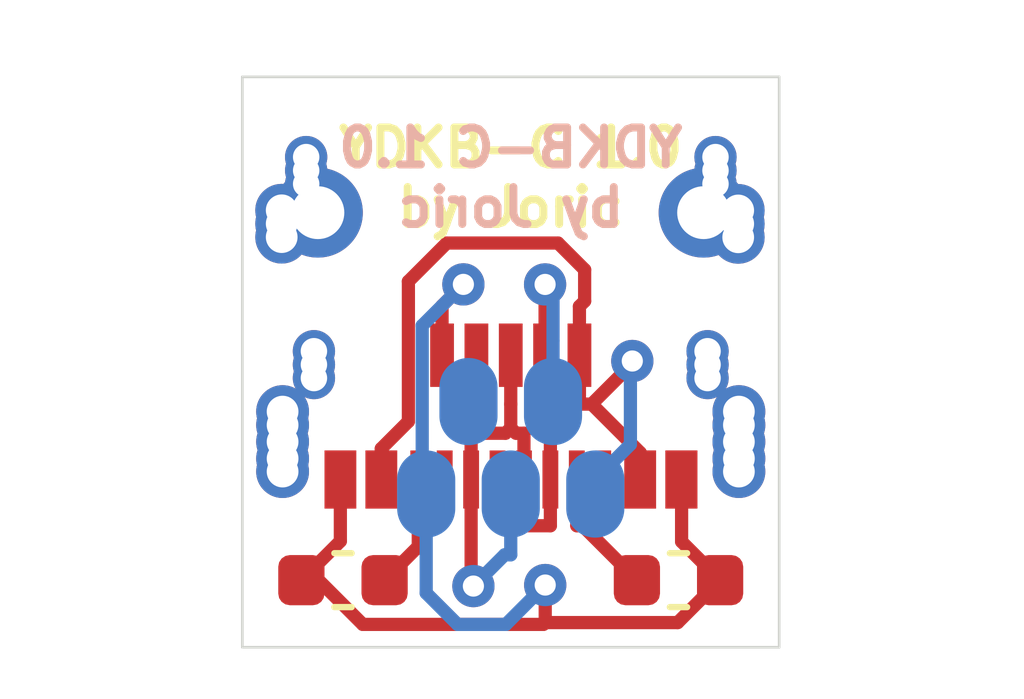
<source format=kicad_pcb>
(kicad_pcb (version 20171130) (host pcbnew "(5.1.0)-1")

  (general
    (thickness 1.6)
    (drawings 10)
    (tracks 77)
    (zones 0)
    (modules 5)
    (nets 14)
  )

  (page A4)
  (layers
    (0 F.Cu signal)
    (31 B.Cu signal)
    (32 B.Adhes user)
    (33 F.Adhes user)
    (34 B.Paste user)
    (35 F.Paste user)
    (36 B.SilkS user)
    (37 F.SilkS user)
    (38 B.Mask user)
    (39 F.Mask user)
    (40 Dwgs.User user)
    (41 Cmts.User user)
    (42 Eco1.User user)
    (43 Eco2.User user)
    (44 Edge.Cuts user)
    (45 Margin user)
    (46 B.CrtYd user)
    (47 F.CrtYd user)
    (48 B.Fab user)
    (49 F.Fab user)
  )

  (setup
    (last_trace_width 0.25)
    (trace_clearance 0.2)
    (zone_clearance 0.508)
    (zone_45_only no)
    (trace_min 0.2)
    (via_size 0.8)
    (via_drill 0.4)
    (via_min_size 0.4)
    (via_min_drill 0.3)
    (uvia_size 0.3)
    (uvia_drill 0.1)
    (uvias_allowed no)
    (uvia_min_size 0.2)
    (uvia_min_drill 0.1)
    (edge_width 0.05)
    (segment_width 0.2)
    (pcb_text_width 0.3)
    (pcb_text_size 1.5 1.5)
    (mod_edge_width 0.12)
    (mod_text_size 1 1)
    (mod_text_width 0.15)
    (pad_size 1.65 1.1)
    (pad_drill 0)
    (pad_to_mask_clearance 0.051)
    (solder_mask_min_width 0.25)
    (aux_axis_origin 0 0)
    (visible_elements 7FFFFFFF)
    (pcbplotparams
      (layerselection 0x020fc_ffffffff)
      (usegerberextensions true)
      (usegerberattributes false)
      (usegerberadvancedattributes false)
      (creategerberjobfile false)
      (excludeedgelayer true)
      (linewidth 0.100000)
      (plotframeref false)
      (viasonmask false)
      (mode 1)
      (useauxorigin false)
      (hpglpennumber 1)
      (hpglpenspeed 20)
      (hpglpendiameter 15.000000)
      (psnegative false)
      (psa4output false)
      (plotreference true)
      (plotvalue true)
      (plotinvisibletext false)
      (padsonsilk false)
      (subtractmaskfromsilk false)
      (outputformat 1)
      (mirror false)
      (drillshape 0)
      (scaleselection 1)
      (outputdirectory "gerbers"))
  )

  (net 0 "")
  (net 1 GND)
  (net 2 "Net-(J3-PadA5)")
  (net 3 "Net-(J3-PadB5)")
  (net 4 VBUS)
  (net 5 DATA-)
  (net 6 DATA+)
  (net 7 "Net-(J1-Pad4)")
  (net 8 "Net-(J3-PadA8)")
  (net 9 "Net-(J3-PadB8)")
  (net 10 "Net-(J2-Pad4)")
  (net 11 "Net-(J1-Pad6)")
  (net 12 "Net-(J3-PadS1)")
  (net 13 "Net-(J2-Pad6)")

  (net_class Default "This is the default net class."
    (clearance 0.2)
    (trace_width 0.25)
    (via_dia 0.8)
    (via_drill 0.4)
    (uvia_dia 0.3)
    (uvia_drill 0.1)
    (add_net DATA+)
    (add_net DATA-)
    (add_net GND)
    (add_net "Net-(J1-Pad4)")
    (add_net "Net-(J1-Pad6)")
    (add_net "Net-(J2-Pad4)")
    (add_net "Net-(J2-Pad6)")
    (add_net "Net-(J3-PadA5)")
    (add_net "Net-(J3-PadA8)")
    (add_net "Net-(J3-PadB5)")
    (add_net "Net-(J3-PadB8)")
    (add_net "Net-(J3-PadS1)")
    (add_net VBUS)
  )

  (module ydkb:SMD_USB_Mini_B_Female_548190519 (layer F.Cu) (tedit 5DF257AB) (tstamp 5DF30B35)
    (at 25.4 28.575 270)
    (path /5DF25986)
    (fp_text reference J2 (at -5.334 0) (layer F.SilkS) hide
      (effects (font (size 1 1) (thickness 0.15)))
    )
    (fp_text value USB_OTG (at -4.2 6.35 270) (layer F.Fab)
      (effects (font (size 1 1) (thickness 0.15)))
    )
    (fp_text user %R (at -5.334 0 180) (layer F.Fab)
      (effects (font (size 1 1) (thickness 0.15)))
    )
    (fp_line (start 1.35 -4.75) (end 1.35 4.75) (layer F.CrtYd) (width 0.05))
    (fp_line (start -9.05 -4.75) (end -9.05 4.75) (layer F.CrtYd) (width 0.05))
    (fp_line (start -9.05 4.75) (end 1.35 4.75) (layer F.CrtYd) (width 0.05))
    (fp_line (start -9.05 -4.75) (end 1.35 -4.75) (layer F.CrtYd) (width 0.05))
    (fp_line (start 0.325 3.325) (end 0.325 3.975) (layer Dwgs.User) (width 0.1))
    (fp_line (start -0.55 3.975) (end 0.3 3.975) (layer Dwgs.User) (width 0.1))
    (fp_line (start -8.075 3.975) (end -8.925 3.975) (layer Dwgs.User) (width 0.1))
    (fp_line (start -8.925 3.975) (end -8.925 3.35) (layer Dwgs.User) (width 0.1))
    (fp_line (start -8 -3.975) (end -8.925 -3.975) (layer Dwgs.User) (width 0.1))
    (fp_line (start -8.925 -3.975) (end -8.925 -3.35) (layer Dwgs.User) (width 0.1))
    (fp_line (start -0.25 -3.975) (end 0.325 -3.975) (layer Dwgs.User) (width 0.1))
    (fp_line (start 0.325 -3.975) (end 0.325 -3.5) (layer Dwgs.User) (width 0.1))
    (fp_line (start -8.8 3.85) (end 0.2 3.85) (layer F.Fab) (width 0.1))
    (fp_line (start -8.8 -3.85) (end 0.2 -3.85) (layer F.Fab) (width 0.1))
    (fp_line (start 0.2 -3.85) (end 0.2 3.85) (layer F.Fab) (width 0.1))
    (fp_line (start -8.8 -3.85) (end -8.8 3.85) (layer F.Fab) (width 0.1))
    (fp_line (start -7.747 -1.27) (end -7.747 1.143) (layer Dwgs.User) (width 0.15))
    (fp_text user pcb_edge (at -6.985 0 180) (layer Dwgs.User)
      (effects (font (size 0.5 0.5) (thickness 0.1)))
    )
    (pad 3 smd oval (at 0 0 270) (size 1.65 1.1) (drill (offset 0.275 0)) (layers B.Cu B.Paste B.Mask)
      (net 6 DATA+))
    (pad 5 smd oval (at 0 1.6 270) (size 1.65 1.1) (drill (offset 0.275 0)) (layers B.Cu B.Paste B.Mask)
      (net 1 GND))
    (pad 1 smd oval (at 0 -1.6 270) (size 1.65 1.1) (drill (offset 0.275 0)) (layers B.Cu B.Paste B.Mask)
      (net 4 VBUS))
    (pad 4 smd oval (at -1.2 0.8 270) (size 1.65 1.1) (drill (offset -0.275 0)) (layers B.Cu B.Paste B.Mask)
      (net 10 "Net-(J2-Pad4)"))
    (pad 2 smd oval (at -1.2 -0.8 270) (size 1.65 1.1) (drill (offset -0.275 0)) (layers B.Cu B.Paste B.Mask)
      (net 5 DATA-))
    (pad 6 thru_hole circle (at -5.05 -3.65 270) (size 1.7 1.7) (drill 1) (layers *.Cu *.Mask)
      (net 13 "Net-(J2-Pad6)"))
    (pad "" thru_hole circle (at -5.05 3.65 180) (size 1.7 1.7) (drill 1) (layers *.Cu *.Mask))
  )

  (module ydkb:usb_type_c (layer F.Cu) (tedit 5DF2545D) (tstamp 5DF246BD)
    (at 25.4 21.067)
    (path /5DF27F76)
    (fp_text reference J3 (at 0 6.35 180) (layer F.SilkS) hide
      (effects (font (size 0.7 0.7) (thickness 0.125)))
    )
    (fp_text value "USB-C USB 2.0 MC-372" (at 0.03 4.40002 180) (layer F.Fab)
      (effects (font (size 1 1) (thickness 0.15)))
    )
    (fp_line (start 4.318 8.188) (end -4.318 8.188) (layer F.Fab) (width 0.15))
    (fp_line (start 4.318 0) (end -4.318 0) (layer F.Fab) (width 0.15))
    (fp_line (start 4.318 0) (end 4.318 8.188) (layer F.Fab) (width 0.15))
    (fp_line (start -4.318 0) (end -4.318 8.188) (layer F.Fab) (width 0.15))
    (fp_text user "PCB edge" (at 0 1.778 180) (layer F.Fab)
      (effects (font (size 0.5 0.5) (thickness 0.125)))
    )
    (fp_text user USB-C (at -0.127467 6.349775) (layer F.SilkS) hide
      (effects (font (size 0.5 0.5) (thickness 0.1)))
    )
    (fp_line (start 4.318 1.27) (end -4.318 1.27) (layer Dwgs.User) (width 0.15))
    (pad "" thru_hole circle (at 4.318 6.477 180) (size 1 1) (drill 0.6) (layers *.Cu *.Mask))
    (pad "" thru_hole circle (at -4.318 7.112 180) (size 1 1) (drill 0.6) (layers *.Cu *.Mask))
    (pad "" thru_hole circle (at 4.318 7.112 180) (size 1 1) (drill 0.6) (layers *.Cu *.Mask))
    (pad "" thru_hole circle (at 4.318 6.7945 180) (size 1 1) (drill 0.6) (layers *.Cu *.Mask))
    (pad "" thru_hole circle (at 4.318 7.358 180) (size 1 1) (drill 0.6) (layers *.Cu *.Mask))
    (pad S1 thru_hole circle (at 4.318 6.223 180) (size 1 1) (drill 0.6) (layers *.Cu *.Mask)
      (net 12 "Net-(J3-PadS1)"))
    (pad A1 smd rect (at -3.225 7.508162) (size 0.6 1.1) (layers F.Cu F.Paste F.Mask)
      (net 1 GND))
    (pad A12 smd rect (at 3.225 7.508162) (size 0.6 1.1) (layers F.Cu F.Paste F.Mask)
      (net 1 GND))
    (pad B12 smd rect (at -3.225 7.508162) (size 0.6 1.1) (layers F.Cu F.Paste F.Mask)
      (net 1 GND))
    (pad A9 smd rect (at 2.45 7.508162) (size 0.6 1.1) (layers F.Cu F.Paste F.Mask)
      (net 4 VBUS))
    (pad B9 smd rect (at -2.45 7.508162) (size 0.6 1.1) (layers F.Cu F.Paste F.Mask)
      (net 4 VBUS))
    (pad B4 smd rect (at 2.45 7.508162) (size 0.6 1.1) (layers F.Cu F.Paste F.Mask)
      (net 4 VBUS))
    (pad A4 smd rect (at -2.45 7.508162) (size 0.6 1.1) (layers F.Cu F.Paste F.Mask)
      (net 4 VBUS))
    (pad "" np_thru_hole circle (at -2.921 6.407 180) (size 0.65 0.65) (drill 0.65) (layers *.Cu *.Mask))
    (pad "" np_thru_hole circle (at 2.921 6.407 180) (size 0.65 0.65) (drill 0.65) (layers *.Cu *.Mask))
    (pad B6 smd rect (at 0.25 7.508) (size 0.3 1.1) (layers F.Cu F.Paste F.Mask)
      (net 6 DATA+))
    (pad B7 smd rect (at -0.25 7.508) (size 0.3 1.1) (layers F.Cu F.Paste F.Mask)
      (net 5 DATA-))
    (pad A7 smd rect (at 0.75 7.508) (size 0.3 1.1) (layers F.Cu F.Paste F.Mask)
      (net 5 DATA-))
    (pad A6 smd rect (at -0.75 7.508) (size 0.3 1.1) (layers F.Cu F.Paste F.Mask)
      (net 6 DATA+))
    (pad B5 smd rect (at 1.25 7.508) (size 0.3 1.1) (layers F.Cu F.Paste F.Mask)
      (net 3 "Net-(J3-PadB5)"))
    (pad A8 smd rect (at 1.75 7.508) (size 0.3 1.1) (layers F.Cu F.Paste F.Mask)
      (net 8 "Net-(J3-PadA8)"))
    (pad A5 smd rect (at -1.75 7.508) (size 0.3 1.1) (layers F.Cu F.Paste F.Mask)
      (net 2 "Net-(J3-PadA5)"))
    (pad B8 smd rect (at -1.25 7.508) (size 0.3 1.1) (layers F.Cu F.Paste F.Mask)
      (net 9 "Net-(J3-PadB8)"))
    (pad B1 smd rect (at 3.233721 7.50792) (size 0.6 1.1) (layers F.Cu F.Paste F.Mask)
      (net 1 GND))
    (pad "" thru_hole circle (at -4.335 2.667 180) (size 1 1) (drill 0.6) (layers *.Cu *.Mask))
    (pad "" thru_hole circle (at -4.335 2.413 180) (size 1 1) (drill 0.6) (layers *.Cu *.Mask))
    (pad "" thru_hole circle (at -4.335 2.921 180) (size 1 1) (drill 0.6) (layers *.Cu *.Mask))
    (pad "" thru_hole circle (at 4.305 2.67 180) (size 1 1) (drill 0.6) (layers *.Cu *.Mask))
    (pad "" thru_hole circle (at 4.305 2.416 180) (size 1 1) (drill 0.6) (layers *.Cu *.Mask))
    (pad "" thru_hole circle (at 4.305 2.924 180) (size 1 1) (drill 0.6) (layers *.Cu *.Mask))
    (pad "" thru_hole circle (at -4.318 7.358 180) (size 1 1) (drill 0.6) (layers *.Cu *.Mask))
    (pad "" thru_hole circle (at -4.318 6.223 180) (size 1 1) (drill 0.6) (layers *.Cu *.Mask))
    (pad "" thru_hole circle (at -4.318 6.477 180) (size 1 1) (drill 0.6) (layers *.Cu *.Mask))
    (pad "" thru_hole circle (at -4.318 6.7945 180) (size 1 1) (drill 0.6) (layers *.Cu *.Mask))
  )

  (module ydkb:usb_micro (layer F.Cu) (tedit 5CDF2E39) (tstamp 5DF2469E)
    (at 25.4 21.067 180)
    (descr "USB Micro-B receptacle, http://www.mouser.com/ds/2/445/629105150521-469306.pdf")
    (tags "usb micro receptacle")
    (path /5DF27F7C)
    (attr smd)
    (fp_text reference J1 (at 0 -4.190775 180) (layer F.SilkS) hide
      (effects (font (size 0.7 0.7) (thickness 0.15)))
    )
    (fp_text value "USB_OTG 5 Pin 4 Legs" (at 0 -4.318 180) (layer F.Fab)
      (effects (font (size 0.4 0.4) (thickness 0.1)))
    )
    (fp_text user MicroUSB (at 0.000467 -2.920775 180) (layer F.SilkS) hide
      (effects (font (size 0.5 0.5) (thickness 0.1)))
    )
    (fp_text user "PCB Edge" (at 0 0.14 180) (layer Dwgs.User)
      (effects (font (size 0.5 0.5) (thickness 0.08)))
    )
    (fp_line (start 4.95 -6.95) (end -4.94 -6.95) (layer F.CrtYd) (width 0.05))
    (fp_line (start 4.95 1.24) (end 4.95 -6.95) (layer F.CrtYd) (width 0.05))
    (fp_line (start -4.94 1.24) (end 4.95 1.24) (layer F.CrtYd) (width 0.05))
    (fp_line (start -4.94 -6.95) (end -4.94 1.24) (layer F.CrtYd) (width 0.05))
    (fp_line (start -2.7 0.14) (end 2.7 0.14) (layer F.Fab) (width 0.15))
    (fp_line (start 4 -5.86) (end -4 -5.86) (layer F.Fab) (width 0.15))
    (fp_line (start 4 -0.46) (end 4 -5.86) (layer F.Fab) (width 0.15))
    (fp_line (start 3.7 -0.46) (end 4 -0.46) (layer F.Fab) (width 0.15))
    (fp_line (start 3.7 0.74) (end 3.7 -0.46) (layer F.Fab) (width 0.15))
    (fp_line (start -3.7 0.74) (end 3.7 0.74) (layer F.Fab) (width 0.15))
    (fp_line (start -3.7 -0.46) (end -3.7 0.74) (layer F.Fab) (width 0.15))
    (fp_line (start -4 -0.46) (end -3.7 -0.46) (layer F.Fab) (width 0.15))
    (fp_line (start -4 -5.86) (end -4 -0.46) (layer F.Fab) (width 0.15))
    (pad "" thru_hole circle (at 3.725 -5.334 180) (size 0.8 0.8) (drill 0.5) (layers *.Cu *.Mask))
    (pad "" thru_hole circle (at 3.725 -5.08 180) (size 0.8 0.8) (drill 0.5) (layers *.Cu *.Mask))
    (pad "" thru_hole circle (at 3.725 -5.588 180) (size 0.8 0.8) (drill 0.5) (layers *.Cu *.Mask))
    (pad "" thru_hole circle (at -3.725 -5.588 180) (size 0.8 0.8) (drill 0.5) (layers *.Cu *.Mask))
    (pad "" thru_hole circle (at -3.725 -5.08 180) (size 0.8 0.8) (drill 0.5) (layers *.Cu *.Mask))
    (pad "" thru_hole circle (at -3.725 -5.334 180) (size 0.8 0.8) (drill 0.5) (layers *.Cu *.Mask))
    (pad "" thru_hole circle (at 3.872 -1.914 180) (size 0.8 0.8) (drill 0.5) (layers *.Cu *.Mask))
    (pad "" thru_hole circle (at 3.872 -1.66 180) (size 0.8 0.8) (drill 0.5) (layers *.Cu *.Mask))
    (pad "" thru_hole circle (at 3.872 -1.406 180) (size 0.8 0.8) (drill 0.5) (layers *.Cu *.Mask))
    (pad 6 thru_hole circle (at -3.875 -1.914 180) (size 0.8 0.8) (drill 0.5) (layers *.Cu *.Mask)
      (net 11 "Net-(J1-Pad6)"))
    (pad "" thru_hole circle (at -3.875 -1.406 180) (size 0.8 0.8) (drill 0.5) (layers *.Cu *.Mask))
    (pad "" thru_hole circle (at -3.875 -1.66 180) (size 0.8 0.8) (drill 0.5) (layers *.Cu *.Mask))
    (pad 5 smd rect (at 1.3 -5.156 180) (size 0.45 1.2) (layers F.Cu F.Paste F.Mask)
      (net 1 GND))
    (pad 1 smd rect (at -1.3 -5.156 180) (size 0.45 1.2) (layers F.Cu F.Paste F.Mask)
      (net 4 VBUS))
    (pad 2 smd rect (at -0.65 -5.156 180) (size 0.45 1.2) (layers F.Cu F.Paste F.Mask)
      (net 5 DATA-))
    (pad 3 smd rect (at 0 -5.156 180) (size 0.45 1.2) (layers F.Cu F.Paste F.Mask)
      (net 6 DATA+))
    (pad 4 smd rect (at 0.65 -5.156 180) (size 0.45 1.2) (layers F.Cu F.Paste F.Mask)
      (net 7 "Net-(J1-Pad4)"))
    (model ${KISYS3DMOD}/Connector_USB.3dshapes/USB_Micro-B_Molex_47346-0001.wrl
      (offset (xyz 0 4 0))
      (scale (xyz 1 1 1))
      (rotate (xyz 0 0 0))
    )
  )

  (module Resistor_SMD:R_0603_1608Metric (layer F.Cu) (tedit 5B301BBD) (tstamp 5DF22917)
    (at 28.575 30.48)
    (descr "Resistor SMD 0603 (1608 Metric), square (rectangular) end terminal, IPC_7351 nominal, (Body size source: http://www.tortai-tech.com/upload/download/2011102023233369053.pdf), generated with kicad-footprint-generator")
    (tags resistor)
    (path /5DF27F65)
    (attr smd)
    (fp_text reference R2 (at 2.3115 0) (layer F.SilkS) hide
      (effects (font (size 1 1) (thickness 0.15)))
    )
    (fp_text value 5.1K (at 0 1.43) (layer F.Fab)
      (effects (font (size 1 1) (thickness 0.15)))
    )
    (fp_text user %R (at 0 0) (layer F.Fab)
      (effects (font (size 0.4 0.4) (thickness 0.06)))
    )
    (fp_line (start 1.48 0.73) (end -1.48 0.73) (layer F.CrtYd) (width 0.05))
    (fp_line (start 1.48 -0.73) (end 1.48 0.73) (layer F.CrtYd) (width 0.05))
    (fp_line (start -1.48 -0.73) (end 1.48 -0.73) (layer F.CrtYd) (width 0.05))
    (fp_line (start -1.48 0.73) (end -1.48 -0.73) (layer F.CrtYd) (width 0.05))
    (fp_line (start -0.162779 0.51) (end 0.162779 0.51) (layer F.SilkS) (width 0.12))
    (fp_line (start -0.162779 -0.51) (end 0.162779 -0.51) (layer F.SilkS) (width 0.12))
    (fp_line (start 0.8 0.4) (end -0.8 0.4) (layer F.Fab) (width 0.1))
    (fp_line (start 0.8 -0.4) (end 0.8 0.4) (layer F.Fab) (width 0.1))
    (fp_line (start -0.8 -0.4) (end 0.8 -0.4) (layer F.Fab) (width 0.1))
    (fp_line (start -0.8 0.4) (end -0.8 -0.4) (layer F.Fab) (width 0.1))
    (pad 2 smd roundrect (at 0.7875 0) (size 0.875 0.95) (layers F.Cu F.Paste F.Mask) (roundrect_rratio 0.25)
      (net 1 GND))
    (pad 1 smd roundrect (at -0.7875 0) (size 0.875 0.95) (layers F.Cu F.Paste F.Mask) (roundrect_rratio 0.25)
      (net 3 "Net-(J3-PadB5)"))
    (model ${KISYS3DMOD}/Resistor_SMD.3dshapes/R_0603_1608Metric.wrl
      (at (xyz 0 0 0))
      (scale (xyz 1 1 1))
      (rotate (xyz 0 0 0))
    )
  )

  (module Resistor_SMD:R_0603_1608Metric (layer F.Cu) (tedit 5B301BBD) (tstamp 5DF22906)
    (at 22.225 30.48 180)
    (descr "Resistor SMD 0603 (1608 Metric), square (rectangular) end terminal, IPC_7351 nominal, (Body size source: http://www.tortai-tech.com/upload/download/2011102023233369053.pdf), generated with kicad-footprint-generator")
    (tags resistor)
    (path /5DF27F5F)
    (attr smd)
    (fp_text reference R1 (at 2.3115 0 180) (layer F.SilkS) hide
      (effects (font (size 1 1) (thickness 0.15)))
    )
    (fp_text value 5.1K (at 0 -1.397 180) (layer F.Fab)
      (effects (font (size 1 1) (thickness 0.15)))
    )
    (fp_text user %R (at 0 0 180) (layer F.Fab)
      (effects (font (size 0.4 0.4) (thickness 0.06)))
    )
    (fp_line (start 1.48 0.73) (end -1.48 0.73) (layer F.CrtYd) (width 0.05))
    (fp_line (start 1.48 -0.73) (end 1.48 0.73) (layer F.CrtYd) (width 0.05))
    (fp_line (start -1.48 -0.73) (end 1.48 -0.73) (layer F.CrtYd) (width 0.05))
    (fp_line (start -1.48 0.73) (end -1.48 -0.73) (layer F.CrtYd) (width 0.05))
    (fp_line (start -0.162779 0.51) (end 0.162779 0.51) (layer F.SilkS) (width 0.12))
    (fp_line (start -0.162779 -0.51) (end 0.162779 -0.51) (layer F.SilkS) (width 0.12))
    (fp_line (start 0.8 0.4) (end -0.8 0.4) (layer F.Fab) (width 0.1))
    (fp_line (start 0.8 -0.4) (end 0.8 0.4) (layer F.Fab) (width 0.1))
    (fp_line (start -0.8 -0.4) (end 0.8 -0.4) (layer F.Fab) (width 0.1))
    (fp_line (start -0.8 0.4) (end -0.8 -0.4) (layer F.Fab) (width 0.1))
    (pad 2 smd roundrect (at 0.7875 0 180) (size 0.875 0.95) (layers F.Cu F.Paste F.Mask) (roundrect_rratio 0.25)
      (net 1 GND))
    (pad 1 smd roundrect (at -0.7875 0 180) (size 0.875 0.95) (layers F.Cu F.Paste F.Mask) (roundrect_rratio 0.25)
      (net 2 "Net-(J3-PadA5)"))
    (model ${KISYS3DMOD}/Resistor_SMD.3dshapes/R_0603_1608Metric.wrl
      (at (xyz 0 0 0))
      (scale (xyz 1 1 1))
      (rotate (xyz 0 0 0))
    )
  )

  (gr_line (start 20.32 31.75) (end 20.32 20.955) (layer Margin) (width 0.15) (tstamp 5DF2A750))
  (gr_line (start 30.48 31.75) (end 20.32 31.75) (layer Margin) (width 0.15))
  (gr_line (start 30.48 20.955) (end 30.48 31.75) (layer Margin) (width 0.15))
  (gr_line (start 20.32 20.955) (end 30.48 20.955) (layer Margin) (width 0.15))
  (gr_text "YDKB-C 1.0\nby Joric" (at 25.4 22.86) (layer F.SilkS) (tstamp 5DF2A4EB)
    (effects (font (size 0.7 0.7) (thickness 0.15)))
  )
  (gr_text "YDKB-C 1.0\nby Joric" (at 25.4 22.86) (layer B.SilkS)
    (effects (font (size 0.7 0.7) (thickness 0.15)) (justify mirror))
  )
  (gr_line (start 20.32 31.75) (end 20.32 20.955) (layer Edge.Cuts) (width 0.05) (tstamp 5DF30D48))
  (gr_line (start 30.48 31.75) (end 20.32 31.75) (layer Edge.Cuts) (width 0.05))
  (gr_line (start 30.48 20.955) (end 30.48 31.75) (layer Edge.Cuts) (width 0.05))
  (gr_line (start 20.32 20.955) (end 30.48 20.955) (layer Edge.Cuts) (width 0.05))

  (segment (start 24.1 25.2977) (end 24.1 25.286) (width 0.25) (layer F.Cu) (net 1))
  (segment (start 24.1 25.286) (end 24.5036 24.8824) (width 0.25) (layer F.Cu) (net 1))
  (segment (start 23.8 28.575) (end 23.7246 28.4996) (width 0.25) (layer B.Cu) (net 1))
  (segment (start 23.7246 28.4996) (end 23.7246 25.6614) (width 0.25) (layer B.Cu) (net 1))
  (segment (start 23.7246 25.6614) (end 24.5036 24.8824) (width 0.25) (layer B.Cu) (net 1))
  (segment (start 24.1 26.223) (end 24.1 25.2977) (width 0.25) (layer F.Cu) (net 1))
  (segment (start 23.8 29.2876) (end 23.8 30.7245) (width 0.25) (layer B.Cu) (net 1))
  (segment (start 23.8 30.7245) (end 24.3928 31.3173) (width 0.25) (layer B.Cu) (net 1))
  (segment (start 24.3928 31.3173) (end 25.3077 31.3173) (width 0.25) (layer B.Cu) (net 1))
  (segment (start 25.3077 31.3173) (end 26.0525 30.5725) (width 0.25) (layer B.Cu) (net 1))
  (segment (start 21.5998 30.3177) (end 22.5994 31.3173) (width 0.25) (layer F.Cu) (net 1))
  (segment (start 22.5994 31.3173) (end 26.0181 31.3173) (width 0.25) (layer F.Cu) (net 1))
  (segment (start 26.0181 31.3173) (end 26.0525 31.2829) (width 0.25) (layer F.Cu) (net 1))
  (segment (start 26.0525 31.2829) (end 28.5596 31.2829) (width 0.25) (layer F.Cu) (net 1))
  (segment (start 28.5596 31.2829) (end 29.3625 30.48) (width 0.25) (layer F.Cu) (net 1))
  (segment (start 26.0525 31.2829) (end 26.0525 30.5725) (width 0.25) (layer F.Cu) (net 1))
  (segment (start 23.8 28.575) (end 23.8 28.9313) (width 0.25) (layer B.Cu) (net 1))
  (segment (start 23.8 28.9313) (end 23.8 29.2876) (width 0.25) (layer B.Cu) (net 1))
  (segment (start 21.5998 30.3177) (end 22.175 29.7425) (width 0.25) (layer F.Cu) (net 1))
  (segment (start 22.175 29.7425) (end 22.175 28.5752) (width 0.25) (layer F.Cu) (net 1))
  (segment (start 21.4375 30.48) (end 21.5998 30.3177) (width 0.25) (layer F.Cu) (net 1))
  (segment (start 28.6337 28.5752) (end 28.6337 28.5749) (width 0.25) (layer F.Cu) (net 1))
  (segment (start 29.3625 30.48) (end 28.6337 29.7512) (width 0.25) (layer F.Cu) (net 1))
  (segment (start 28.6337 29.7512) (end 28.6337 28.5752) (width 0.25) (layer F.Cu) (net 1))
  (segment (start 28.6337 28.5752) (end 28.625 28.5752) (width 0.25) (layer F.Cu) (net 1))
  (via (at 24.5036 24.8824) (size 0.8) (layers F.Cu B.Cu) (net 1))
  (via (at 26.0525 30.5725) (size 0.8) (layers F.Cu B.Cu) (net 1))
  (segment (start 23.0125 30.48) (end 23.65 29.8425) (width 0.25) (layer F.Cu) (net 2))
  (segment (start 23.65 29.8425) (end 23.65 28.575) (width 0.25) (layer F.Cu) (net 2))
  (segment (start 26.65 28.575) (end 26.65 29.4503) (width 0.25) (layer F.Cu) (net 3))
  (segment (start 27.7875 30.48) (end 26.7578 29.4503) (width 0.25) (layer F.Cu) (net 3))
  (segment (start 26.7578 29.4503) (end 26.65 29.4503) (width 0.25) (layer F.Cu) (net 3))
  (segment (start 26.7 25.2977) (end 26.7985 25.1992) (width 0.25) (layer F.Cu) (net 4))
  (segment (start 26.7985 25.1992) (end 26.7985 24.6039) (width 0.25) (layer F.Cu) (net 4))
  (segment (start 26.7985 24.6039) (end 26.2942 24.0996) (width 0.25) (layer F.Cu) (net 4))
  (segment (start 26.2942 24.0996) (end 24.1889 24.0996) (width 0.25) (layer F.Cu) (net 4))
  (segment (start 24.1889 24.0996) (end 23.4629 24.8256) (width 0.25) (layer F.Cu) (net 4))
  (segment (start 23.4629 24.8256) (end 23.4629 27.4766) (width 0.25) (layer F.Cu) (net 4))
  (segment (start 23.4629 27.4766) (end 22.95 27.9895) (width 0.25) (layer F.Cu) (net 4))
  (segment (start 22.95 27.9895) (end 22.95 28.5752) (width 0.25) (layer F.Cu) (net 4))
  (segment (start 26.9316 27.1483) (end 27.7007 26.3792) (width 0.25) (layer F.Cu) (net 4))
  (segment (start 27.7007 26.3792) (end 27.7007 26.3325) (width 0.25) (layer F.Cu) (net 4))
  (segment (start 27 28.575) (end 27.6648 27.9102) (width 0.25) (layer B.Cu) (net 4))
  (segment (start 27.6648 27.9102) (end 27.6648 26.3684) (width 0.25) (layer B.Cu) (net 4))
  (segment (start 27.6648 26.3684) (end 27.7007 26.3325) (width 0.25) (layer B.Cu) (net 4))
  (segment (start 26.9316 27.1483) (end 27.85 28.0667) (width 0.25) (layer F.Cu) (net 4))
  (segment (start 27.85 28.0667) (end 27.85 28.5752) (width 0.25) (layer F.Cu) (net 4))
  (segment (start 26.7 27.1483) (end 26.9316 27.1483) (width 0.25) (layer F.Cu) (net 4))
  (segment (start 26.7 26.223) (end 26.7 25.2977) (width 0.25) (layer F.Cu) (net 4))
  (segment (start 26.7 26.4294) (end 26.7 26.223) (width 0.25) (layer F.Cu) (net 4))
  (segment (start 26.7 26.4294) (end 26.7 27.1483) (width 0.25) (layer F.Cu) (net 4))
  (via (at 27.7007 26.3325) (size 0.8) (layers F.Cu B.Cu) (net 4))
  (segment (start 26.05 26.223) (end 26.05 27.1483) (width 0.25) (layer F.Cu) (net 5))
  (segment (start 26.05 27.1483) (end 26.15 27.2483) (width 0.25) (layer F.Cu) (net 5))
  (segment (start 26.15 27.2483) (end 26.15 28.575) (width 0.25) (layer F.Cu) (net 5))
  (segment (start 26.05 24.8832) (end 26.05 26.223) (width 0.25) (layer F.Cu) (net 5))
  (segment (start 26.2 25.9497) (end 26.2 25.0332) (width 0.25) (layer B.Cu) (net 5))
  (segment (start 26.2 25.0332) (end 26.05 24.8832) (width 0.25) (layer B.Cu) (net 5))
  (segment (start 26.2 27.375) (end 26.2 25.9497) (width 0.25) (layer B.Cu) (net 5))
  (segment (start 25.15 28.575) (end 25.15 29.4503) (width 0.25) (layer F.Cu) (net 5))
  (segment (start 26.15 28.575) (end 26.15 29.4503) (width 0.25) (layer F.Cu) (net 5))
  (segment (start 26.15 29.4503) (end 25.15 29.4503) (width 0.25) (layer F.Cu) (net 5))
  (via (at 26.05 24.8832) (size 0.8) (layers F.Cu B.Cu) (net 5))
  (segment (start 24.65 28.575) (end 24.65 30.5488) (width 0.25) (layer F.Cu) (net 6))
  (segment (start 24.65 30.5488) (end 24.6932 30.592) (width 0.25) (layer F.Cu) (net 6))
  (segment (start 25.4 30.0003) (end 25.2849 30.0003) (width 0.25) (layer B.Cu) (net 6))
  (segment (start 25.2849 30.0003) (end 24.6932 30.592) (width 0.25) (layer B.Cu) (net 6))
  (segment (start 25.4 27.6) (end 25.4 27.1483) (width 0.25) (layer F.Cu) (net 6))
  (segment (start 24.65 27.6997) (end 25.3003 27.6997) (width 0.25) (layer F.Cu) (net 6))
  (segment (start 25.3003 27.6997) (end 25.4 27.6) (width 0.25) (layer F.Cu) (net 6))
  (segment (start 25.4 27.6) (end 25.4997 27.6997) (width 0.25) (layer F.Cu) (net 6))
  (segment (start 25.4997 27.6997) (end 25.65 27.6997) (width 0.25) (layer F.Cu) (net 6))
  (segment (start 25.65 28.575) (end 25.65 27.6997) (width 0.25) (layer F.Cu) (net 6))
  (segment (start 24.65 28.575) (end 24.65 27.6997) (width 0.25) (layer F.Cu) (net 6))
  (segment (start 25.4 26.223) (end 25.4 27.1483) (width 0.25) (layer F.Cu) (net 6))
  (segment (start 25.4 28.575) (end 25.4 30.0003) (width 0.25) (layer B.Cu) (net 6))
  (via (at 24.6932 30.592) (size 0.8) (layers F.Cu B.Cu) (net 6))

)

</source>
